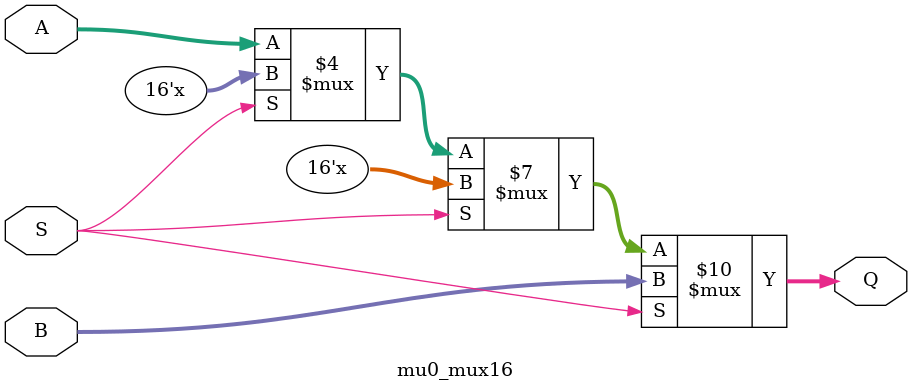
<source format=v>

`timescale 1ns/100ps

// for simulation purposes, do not delete
`default_nettype none

// module definition

module mu0_mux16(input  wire  [15:0] A, 
	             input  wire  [15:0] B, 
			     input  wire         S, 
			     output reg  [15:0]  Q);


// Combinatorial logic for 2to1 multiplexor
// S is select, A channel0, B channel1

always @ (*)
 begin
	if (S) Q = B; 
	else if (!S) Q = A;
	else Q = 16'hxxxx;
 end
endmodule 


// for simulation purposes, do not delete
`default_nettype wire

</source>
